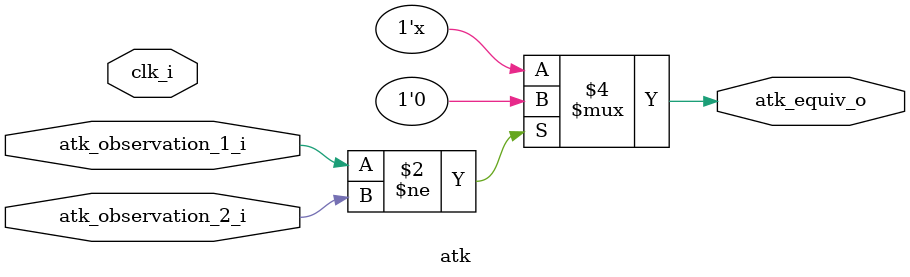
<source format=sv>
module atk(
    input logic clk_i,
    input logic atk_observation_1_i,
    input logic atk_observation_2_i,
    output logic atk_equiv_o,
);

    initial atk_equiv_o <= 1;

    always @(clk_i) begin
        if (atk_observation_1_i != atk_observation_2_i)
            atk_equiv_o <= 0;
    end
endmodule
</source>
